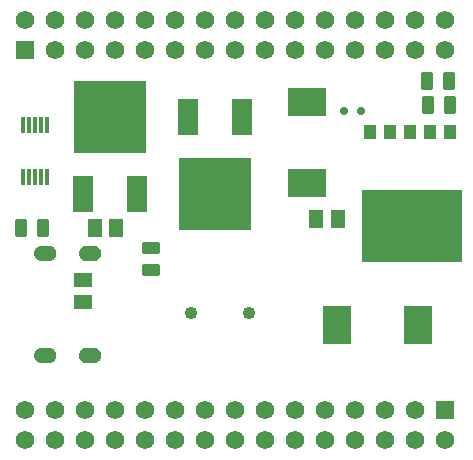
<source format=gbs>
G04*
G04 #@! TF.GenerationSoftware,Altium Limited,Altium Designer,22.0.2 (36)*
G04*
G04 Layer_Color=16711935*
%FSLAX25Y25*%
%MOIN*%
G70*
G04*
G04 #@! TF.SameCoordinates,5F5B6C63-6FB6-4E28-9BE5-C2605847C7C1*
G04*
G04*
G04 #@! TF.FilePolarity,Negative*
G04*
G01*
G75*
G04:AMPARAMS|DCode=34|XSize=42.36mil|YSize=58.9mil|CornerRadius=6.42mil|HoleSize=0mil|Usage=FLASHONLY|Rotation=90.000|XOffset=0mil|YOffset=0mil|HoleType=Round|Shape=RoundedRectangle|*
%AMROUNDEDRECTD34*
21,1,0.04236,0.04606,0,0,90.0*
21,1,0.02953,0.05890,0,0,90.0*
1,1,0.01284,0.02303,0.01476*
1,1,0.01284,0.02303,-0.01476*
1,1,0.01284,-0.02303,-0.01476*
1,1,0.01284,-0.02303,0.01476*
%
%ADD34ROUNDEDRECTD34*%
%ADD36R,0.12583X0.09315*%
%ADD37R,0.04827X0.06008*%
%ADD38R,0.06008X0.04827*%
%ADD42C,0.06205*%
%ADD43R,0.06205X0.06205*%
%ADD44C,0.04264*%
%ADD45C,0.02769*%
%ADD59R,0.03937X0.04724*%
%ADD60R,0.33268X0.24000*%
%ADD64R,0.06598X0.12110*%
%ADD65R,0.23921X0.23921*%
G04:AMPARAMS|DCode=66|XSize=42.36mil|YSize=58.9mil|CornerRadius=6.42mil|HoleSize=0mil|Usage=FLASHONLY|Rotation=0.000|XOffset=0mil|YOffset=0mil|HoleType=Round|Shape=RoundedRectangle|*
%AMROUNDEDRECTD66*
21,1,0.04236,0.04606,0,0,0.0*
21,1,0.02953,0.05890,0,0,0.0*
1,1,0.01284,0.01476,-0.02303*
1,1,0.01284,-0.01476,-0.02303*
1,1,0.01284,-0.01476,0.02303*
1,1,0.01284,0.01476,0.02303*
%
%ADD66ROUNDEDRECTD66*%
%ADD67R,0.09315X0.12583*%
%ADD68R,0.01480X0.05811*%
%ADD69C,0.02799*%
G36*
X19587Y40358D02*
X19575Y40224D01*
X19559Y40091D01*
X19535Y39961D01*
X19504Y39831D01*
X19465Y39701D01*
X19421Y39575D01*
X19370Y39453D01*
X19311Y39331D01*
X19248Y39213D01*
X19177Y39098D01*
X19102Y38988D01*
X19020Y38882D01*
X18933Y38780D01*
X18843Y38681D01*
X18744Y38591D01*
X18642Y38504D01*
X18535Y38421D01*
X18425Y38346D01*
X18311Y38276D01*
X18193Y38213D01*
X18071Y38153D01*
X17949Y38102D01*
X17823Y38059D01*
X17693Y38020D01*
X17563Y37988D01*
X17433Y37965D01*
X17299Y37949D01*
X17165Y37937D01*
X17031Y37933D01*
X14669D01*
X14535Y37937D01*
X14402Y37949D01*
X14268Y37965D01*
X14138Y37988D01*
X14008Y38020D01*
X13878Y38059D01*
X13752Y38102D01*
X13630Y38153D01*
X13508Y38213D01*
X13390Y38276D01*
X13276Y38346D01*
X13165Y38421D01*
X13059Y38504D01*
X12957Y38591D01*
X12858Y38681D01*
X12768Y38780D01*
X12681Y38882D01*
X12598Y38988D01*
X12524Y39098D01*
X12453Y39213D01*
X12390Y39331D01*
X12331Y39453D01*
X12280Y39575D01*
X12236Y39701D01*
X12197Y39831D01*
X12165Y39961D01*
X12142Y40091D01*
X12126Y40224D01*
X12114Y40358D01*
X12110Y40492D01*
X12114Y40626D01*
X12126Y40760D01*
X12142Y40894D01*
X12165Y41024D01*
X12197Y41153D01*
X12236Y41284D01*
X12280Y41409D01*
X12331Y41532D01*
X12390Y41653D01*
X12453Y41772D01*
X12524Y41886D01*
X12598Y41996D01*
X12681Y42102D01*
X12768Y42205D01*
X12858Y42303D01*
X12957Y42394D01*
X13059Y42480D01*
X13165Y42563D01*
X13276Y42638D01*
X13390Y42709D01*
X13508Y42772D01*
X13630Y42831D01*
X13752Y42882D01*
X13878Y42925D01*
X14008Y42965D01*
X14138Y42996D01*
X14268Y43020D01*
X14402Y43035D01*
X14535Y43047D01*
X14669Y43051D01*
X17031D01*
X17165Y43047D01*
X17299Y43035D01*
X17433Y43020D01*
X17563Y42996D01*
X17693Y42965D01*
X17823Y42925D01*
X17949Y42882D01*
X18071Y42831D01*
X18193Y42772D01*
X18311Y42709D01*
X18425Y42638D01*
X18535Y42563D01*
X18642Y42480D01*
X18744Y42394D01*
X18843Y42303D01*
X18933Y42205D01*
X19020Y42102D01*
X19102Y41996D01*
X19177Y41886D01*
X19248Y41772D01*
X19311Y41653D01*
X19370Y41532D01*
X19421Y41409D01*
X19465Y41284D01*
X19504Y41153D01*
X19535Y41024D01*
X19559Y40894D01*
X19575Y40760D01*
X19587Y40626D01*
X19590Y40492D01*
X19587Y40358D01*
D02*
G37*
G36*
X34547D02*
X34535Y40224D01*
X34520Y40091D01*
X34496Y39961D01*
X34465Y39831D01*
X34425Y39701D01*
X34382Y39575D01*
X34331Y39453D01*
X34272Y39331D01*
X34209Y39213D01*
X34138Y39098D01*
X34063Y38988D01*
X33980Y38882D01*
X33894Y38780D01*
X33803Y38681D01*
X33705Y38591D01*
X33602Y38504D01*
X33496Y38421D01*
X33386Y38346D01*
X33272Y38276D01*
X33154Y38213D01*
X33031Y38153D01*
X32909Y38102D01*
X32783Y38059D01*
X32653Y38020D01*
X32524Y37988D01*
X32394Y37965D01*
X32260Y37949D01*
X32126Y37937D01*
X31992Y37933D01*
X29630D01*
X29496Y37937D01*
X29362Y37949D01*
X29228Y37965D01*
X29098Y37988D01*
X28969Y38020D01*
X28839Y38059D01*
X28713Y38102D01*
X28591Y38153D01*
X28468Y38213D01*
X28350Y38276D01*
X28236Y38346D01*
X28126Y38421D01*
X28020Y38504D01*
X27917Y38591D01*
X27819Y38681D01*
X27728Y38780D01*
X27642Y38882D01*
X27559Y38988D01*
X27484Y39098D01*
X27413Y39213D01*
X27350Y39331D01*
X27291Y39453D01*
X27240Y39575D01*
X27197Y39701D01*
X27158Y39831D01*
X27126Y39961D01*
X27102Y40091D01*
X27087Y40224D01*
X27075Y40358D01*
X27071Y40492D01*
X27075Y40626D01*
X27087Y40760D01*
X27102Y40894D01*
X27126Y41024D01*
X27158Y41153D01*
X27197Y41284D01*
X27240Y41409D01*
X27291Y41532D01*
X27350Y41653D01*
X27413Y41772D01*
X27484Y41886D01*
X27559Y41996D01*
X27642Y42102D01*
X27728Y42205D01*
X27819Y42303D01*
X27917Y42394D01*
X28020Y42480D01*
X28126Y42563D01*
X28236Y42638D01*
X28350Y42709D01*
X28468Y42772D01*
X28591Y42831D01*
X28713Y42882D01*
X28839Y42925D01*
X28969Y42965D01*
X29098Y42996D01*
X29228Y43020D01*
X29362Y43035D01*
X29496Y43047D01*
X29630Y43051D01*
X31992D01*
X32126Y43047D01*
X32260Y43035D01*
X32394Y43020D01*
X32524Y42996D01*
X32653Y42965D01*
X32783Y42925D01*
X32909Y42882D01*
X33031Y42831D01*
X33154Y42772D01*
X33272Y42709D01*
X33386Y42638D01*
X33496Y42563D01*
X33602Y42480D01*
X33705Y42394D01*
X33803Y42303D01*
X33894Y42205D01*
X33980Y42102D01*
X34063Y41996D01*
X34138Y41886D01*
X34209Y41772D01*
X34272Y41653D01*
X34331Y41532D01*
X34382Y41409D01*
X34425Y41284D01*
X34465Y41153D01*
X34496Y41024D01*
X34520Y40894D01*
X34535Y40760D01*
X34547Y40626D01*
X34551Y40492D01*
X34547Y40358D01*
D02*
G37*
G36*
X19587Y74374D02*
X19575Y74240D01*
X19559Y74106D01*
X19535Y73976D01*
X19504Y73847D01*
X19465Y73716D01*
X19421Y73590D01*
X19370Y73469D01*
X19311Y73347D01*
X19248Y73228D01*
X19177Y73114D01*
X19102Y73004D01*
X19020Y72898D01*
X18933Y72795D01*
X18843Y72697D01*
X18744Y72606D01*
X18642Y72520D01*
X18535Y72437D01*
X18425Y72362D01*
X18311Y72291D01*
X18193Y72228D01*
X18071Y72169D01*
X17949Y72118D01*
X17823Y72075D01*
X17693Y72035D01*
X17563Y72004D01*
X17433Y71980D01*
X17299Y71965D01*
X17165Y71953D01*
X17031Y71949D01*
X14669D01*
X14535Y71953D01*
X14402Y71965D01*
X14268Y71980D01*
X14138Y72004D01*
X14008Y72035D01*
X13878Y72075D01*
X13752Y72118D01*
X13630Y72169D01*
X13508Y72228D01*
X13390Y72291D01*
X13276Y72362D01*
X13165Y72437D01*
X13059Y72520D01*
X12957Y72606D01*
X12858Y72697D01*
X12768Y72795D01*
X12681Y72898D01*
X12598Y73004D01*
X12524Y73114D01*
X12453Y73228D01*
X12390Y73347D01*
X12331Y73469D01*
X12280Y73590D01*
X12236Y73716D01*
X12197Y73847D01*
X12165Y73976D01*
X12142Y74106D01*
X12126Y74240D01*
X12114Y74374D01*
X12110Y74508D01*
X12114Y74642D01*
X12126Y74776D01*
X12142Y74910D01*
X12165Y75039D01*
X12197Y75169D01*
X12236Y75299D01*
X12280Y75425D01*
X12331Y75547D01*
X12390Y75669D01*
X12453Y75787D01*
X12524Y75902D01*
X12598Y76012D01*
X12681Y76118D01*
X12768Y76221D01*
X12858Y76319D01*
X12957Y76410D01*
X13059Y76496D01*
X13165Y76579D01*
X13276Y76653D01*
X13390Y76724D01*
X13508Y76787D01*
X13630Y76846D01*
X13752Y76898D01*
X13878Y76941D01*
X14008Y76980D01*
X14138Y77012D01*
X14268Y77035D01*
X14402Y77051D01*
X14535Y77063D01*
X14669Y77067D01*
X17031D01*
X17165Y77063D01*
X17299Y77051D01*
X17433Y77035D01*
X17563Y77012D01*
X17693Y76980D01*
X17823Y76941D01*
X17949Y76898D01*
X18071Y76846D01*
X18193Y76787D01*
X18311Y76724D01*
X18425Y76653D01*
X18535Y76579D01*
X18642Y76496D01*
X18744Y76410D01*
X18843Y76319D01*
X18933Y76221D01*
X19020Y76118D01*
X19102Y76012D01*
X19177Y75902D01*
X19248Y75787D01*
X19311Y75669D01*
X19370Y75547D01*
X19421Y75425D01*
X19465Y75299D01*
X19504Y75169D01*
X19535Y75039D01*
X19559Y74910D01*
X19575Y74776D01*
X19587Y74642D01*
X19590Y74508D01*
X19587Y74374D01*
D02*
G37*
G36*
X34547D02*
X34535Y74240D01*
X34520Y74106D01*
X34496Y73976D01*
X34465Y73847D01*
X34425Y73716D01*
X34382Y73590D01*
X34331Y73469D01*
X34272Y73347D01*
X34209Y73228D01*
X34138Y73114D01*
X34063Y73004D01*
X33980Y72898D01*
X33894Y72795D01*
X33803Y72697D01*
X33705Y72606D01*
X33602Y72520D01*
X33496Y72437D01*
X33386Y72362D01*
X33272Y72291D01*
X33154Y72228D01*
X33031Y72169D01*
X32909Y72118D01*
X32783Y72075D01*
X32653Y72035D01*
X32524Y72004D01*
X32394Y71980D01*
X32260Y71965D01*
X32126Y71953D01*
X31992Y71949D01*
X29630D01*
X29496Y71953D01*
X29362Y71965D01*
X29228Y71980D01*
X29098Y72004D01*
X28969Y72035D01*
X28839Y72075D01*
X28713Y72118D01*
X28591Y72169D01*
X28468Y72228D01*
X28350Y72291D01*
X28236Y72362D01*
X28126Y72437D01*
X28020Y72520D01*
X27917Y72606D01*
X27819Y72697D01*
X27728Y72795D01*
X27642Y72898D01*
X27559Y73004D01*
X27484Y73114D01*
X27413Y73228D01*
X27350Y73347D01*
X27291Y73469D01*
X27240Y73590D01*
X27197Y73716D01*
X27158Y73847D01*
X27126Y73976D01*
X27102Y74106D01*
X27087Y74240D01*
X27075Y74374D01*
X27071Y74508D01*
X27075Y74642D01*
X27087Y74776D01*
X27102Y74910D01*
X27126Y75039D01*
X27158Y75169D01*
X27197Y75299D01*
X27240Y75425D01*
X27291Y75547D01*
X27350Y75669D01*
X27413Y75787D01*
X27484Y75902D01*
X27559Y76012D01*
X27642Y76118D01*
X27728Y76221D01*
X27819Y76319D01*
X27917Y76410D01*
X28020Y76496D01*
X28126Y76579D01*
X28236Y76653D01*
X28350Y76724D01*
X28468Y76787D01*
X28591Y76846D01*
X28713Y76898D01*
X28839Y76941D01*
X28969Y76980D01*
X29098Y77012D01*
X29228Y77035D01*
X29362Y77051D01*
X29496Y77063D01*
X29630Y77067D01*
X31992D01*
X32126Y77063D01*
X32260Y77051D01*
X32394Y77035D01*
X32524Y77012D01*
X32653Y76980D01*
X32783Y76941D01*
X32909Y76898D01*
X33031Y76846D01*
X33154Y76787D01*
X33272Y76724D01*
X33386Y76653D01*
X33496Y76579D01*
X33602Y76496D01*
X33705Y76410D01*
X33803Y76319D01*
X33894Y76221D01*
X33980Y76118D01*
X34063Y76012D01*
X34138Y75902D01*
X34209Y75787D01*
X34272Y75669D01*
X34331Y75547D01*
X34382Y75425D01*
X34425Y75299D01*
X34465Y75169D01*
X34496Y75039D01*
X34520Y74910D01*
X34535Y74776D01*
X34547Y74642D01*
X34551Y74508D01*
X34547Y74374D01*
D02*
G37*
D34*
X51000Y68819D02*
D03*
Y76181D02*
D03*
D36*
X103000Y98000D02*
D03*
Y125008D02*
D03*
D37*
X106236Y86000D02*
D03*
X113323D02*
D03*
X32457Y83000D02*
D03*
X39543D02*
D03*
D38*
X28500Y65543D02*
D03*
Y58457D02*
D03*
D42*
X148941Y152303D02*
D03*
Y142303D02*
D03*
X138941Y152303D02*
D03*
Y142303D02*
D03*
X128941Y152303D02*
D03*
Y142303D02*
D03*
X118941Y152303D02*
D03*
Y142303D02*
D03*
X108941Y152303D02*
D03*
Y142303D02*
D03*
X98941Y152303D02*
D03*
Y142303D02*
D03*
X88941Y152303D02*
D03*
Y142303D02*
D03*
X78941Y152303D02*
D03*
Y142303D02*
D03*
X68941Y152303D02*
D03*
Y142303D02*
D03*
X58941Y152303D02*
D03*
Y142303D02*
D03*
X48941Y152303D02*
D03*
Y142303D02*
D03*
X38941Y152303D02*
D03*
Y142303D02*
D03*
X28941Y152303D02*
D03*
Y142303D02*
D03*
X18941Y152303D02*
D03*
Y142303D02*
D03*
X8941Y152303D02*
D03*
Y12382D02*
D03*
Y22382D02*
D03*
X18941Y12382D02*
D03*
Y22382D02*
D03*
X28941Y12382D02*
D03*
Y22382D02*
D03*
X38941Y12382D02*
D03*
Y22382D02*
D03*
X48941Y12382D02*
D03*
Y22382D02*
D03*
X58941Y12382D02*
D03*
Y22382D02*
D03*
X68941Y12382D02*
D03*
Y22382D02*
D03*
X78941Y12382D02*
D03*
Y22382D02*
D03*
X88941Y12382D02*
D03*
Y22382D02*
D03*
X98941Y12382D02*
D03*
Y22382D02*
D03*
X108941Y12382D02*
D03*
Y22382D02*
D03*
X118941Y12382D02*
D03*
Y22382D02*
D03*
X128941Y12382D02*
D03*
Y22382D02*
D03*
X138941Y12382D02*
D03*
Y22382D02*
D03*
X148941Y12382D02*
D03*
D43*
X8941Y142303D02*
D03*
X148941Y22382D02*
D03*
D44*
X64394Y54500D02*
D03*
X83606D02*
D03*
D45*
X139000Y90000D02*
D03*
X143500Y91000D02*
D03*
X139340Y93823D02*
D03*
D59*
X124114Y115000D02*
D03*
X150886D02*
D03*
X144193D02*
D03*
X137500D02*
D03*
X130807D02*
D03*
D60*
X138000Y83661D02*
D03*
D64*
X81500Y120000D02*
D03*
X63390D02*
D03*
X46555Y94268D02*
D03*
X28445D02*
D03*
D65*
X72445Y94410D02*
D03*
X37500Y119858D02*
D03*
D66*
X143319Y124000D02*
D03*
X150681D02*
D03*
X150362Y132000D02*
D03*
X143000D02*
D03*
X15181Y83000D02*
D03*
X7819D02*
D03*
D67*
X140004Y50500D02*
D03*
X112996D02*
D03*
D68*
X16437Y117161D02*
D03*
X14469D02*
D03*
X12500D02*
D03*
X10531D02*
D03*
X8563D02*
D03*
Y99839D02*
D03*
X10531D02*
D03*
X12500D02*
D03*
X14469D02*
D03*
X16437D02*
D03*
D69*
X121000Y122000D02*
D03*
X115500D02*
D03*
M02*

</source>
